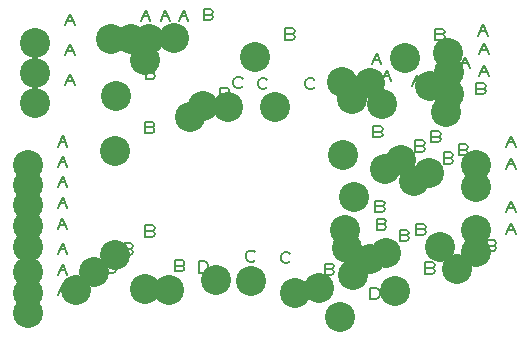
<source format=gbr>
%FSLAX35Y35*%
%MOIN*%
G04 EasyPC Gerber Version 18.0.8 Build 3632 *
%ADD11C,0.00500*%
%ADD99C,0.10000*%
X0Y0D02*
D02*
D11*
X14868Y32146D02*
X16430Y35896D01*
X17993Y32146*
X15493Y33709D02*
X17368D01*
X14993Y10181D02*
X16555Y13931D01*
X18118Y10181*
X15618Y11744D02*
X17493D01*
X14993Y17045D02*
X16555Y20795D01*
X18118Y17045*
X15618Y18608D02*
X17493D01*
X14993Y23909D02*
X16555Y27659D01*
X18118Y23909*
X15618Y25472D02*
X17493D01*
X14993Y39260D02*
X16555Y43010D01*
X18118Y39260*
X15618Y40823D02*
X17493D01*
X14993Y46374D02*
X16555Y50124D01*
X18118Y46374*
X15618Y47937D02*
X17493D01*
X14993Y52989D02*
X16555Y56739D01*
X18118Y52989*
X15618Y54551D02*
X17493D01*
X14993Y59728D02*
X16555Y63478D01*
X18118Y59728*
X15618Y61291D02*
X17493D01*
X17489Y80180D02*
X19051Y83930D01*
X20614Y80180*
X18114Y81743D02*
X19989D01*
X17489Y90180D02*
X19051Y93930D01*
X20614Y90180*
X18114Y91743D02*
X19989D01*
X17489Y100180D02*
X19051Y103930D01*
X20614Y100180*
X18114Y101743D02*
X19989D01*
X33280Y19669D02*
X33905Y19357D01*
X34217Y18732*
X33905Y18107*
X33280Y17794*
X31092*
Y21544*
X33280*
X33905Y21232*
X34217Y20607*
X33905Y19982*
X33280Y19669*
X31092*
X39145Y25660D02*
X39770Y25347D01*
X40083Y24722*
X39770Y24097*
X39145Y23785*
X36958*
Y27535*
X39145*
X39770Y27222*
X40083Y26597*
X39770Y25972*
X39145Y25660*
X36958*
X42699Y101662D02*
X44261Y105412D01*
X45824Y101662*
X43324Y103224D02*
X45199D01*
X46230Y66221D02*
X46855Y65908D01*
X47168Y65283*
X46855Y64658*
X46230Y64346*
X44043*
Y68096*
X46230*
X46855Y67783*
X47168Y67158*
X46855Y66533*
X46230Y66221*
X44043*
X46283Y31595D02*
X46908Y31282D01*
X47221Y30657*
X46908Y30032*
X46283Y29720*
X44096*
Y33470*
X46283*
X46908Y33157*
X47221Y32532*
X46908Y31907*
X46283Y31595*
X44096*
X46509Y84317D02*
X47134Y84005D01*
X47446Y83380*
X47134Y82755*
X46509Y82442*
X44321*
Y86192*
X46509*
X47134Y85880*
X47446Y85255*
X47134Y84630*
X46509Y84317*
X44321*
X49189Y101662D02*
X50751Y105412D01*
X52314Y101662*
X49814Y103224D02*
X51689D01*
X56230Y20044D02*
X56855Y19731D01*
X57168Y19106*
X56855Y18481*
X56230Y18169*
X54043*
Y21919*
X56230*
X56855Y21606*
X57168Y20981*
X56855Y20356*
X56230Y20044*
X54043*
Y94673D02*
Y98423D01*
X57168*
X56543Y96548D02*
X54043D01*
Y94673D02*
X57168D01*
X55304Y101662D02*
X56867Y105412D01*
X58429Y101662*
X55929Y103224D02*
X57804D01*
X61907Y17794D02*
Y21544D01*
X63782*
X64407Y21232*
X64720Y20919*
X65032Y20294*
Y19044*
X64720Y18419*
X64407Y18107*
X63782Y17794*
X61907*
X65728Y103787D02*
X66354Y103474D01*
X66666Y102849*
X66354Y102224*
X65728Y101911*
X63541*
Y105661*
X65728*
X66354Y105349*
X66666Y104724*
X66354Y104099*
X65728Y103787*
X63541*
X71220Y77453D02*
X71845Y77141D01*
X72157Y76516*
X71845Y75891*
X71220Y75578*
X69032*
Y79328*
X71220*
X71845Y79016*
X72157Y78391*
X71845Y77766*
X71220Y77453*
X69032*
X76550Y79892D02*
X76237Y79579D01*
X75612Y79267*
X74674*
X74050Y79579*
X73737Y79892*
X73424Y80517*
Y81767*
X73737Y82392*
X74050Y82704*
X74674Y83017*
X75612*
X76237Y82704*
X76550Y82392*
X80793Y21983D02*
X80480Y21670D01*
X79855Y21358*
X78918*
X78293Y21670*
X77980Y21983*
X77668Y22608*
Y23858*
X77980Y24483*
X78293Y24796*
X78918Y25108*
X79855*
X80480Y24796*
X80793Y24483*
X84763Y79573D02*
X84450Y79260D01*
X83825Y78948*
X82887*
X82263Y79260*
X81950Y79573*
X81637Y80198*
Y81448*
X81950Y82073*
X82263Y82385*
X82887Y82698*
X83825*
X84450Y82385*
X84763Y82073*
X92400Y21484D02*
X92087Y21171D01*
X91462Y20859*
X90524*
X89900Y21171*
X89587Y21484*
X89274Y22109*
Y23359*
X89587Y23984*
X89900Y24296*
X90524Y24609*
X91462*
X92087Y24296*
X92400Y23984*
X92935Y97297D02*
X93561Y96984D01*
X93873Y96359*
X93561Y95734*
X92935Y95422*
X90748*
Y99172*
X92935*
X93561Y98859*
X93873Y98234*
X93561Y97609*
X92935Y97297*
X90748*
X100488Y79573D02*
X100175Y79260D01*
X99550Y78948*
X98613*
X97988Y79260*
X97675Y79573*
X97363Y80198*
Y81448*
X97675Y82073*
X97988Y82385*
X98613Y82698*
X99550*
X100175Y82385*
X100488Y82073*
X106165Y18920D02*
X106790Y18608D01*
X107102Y17983*
X106790Y17358*
X106165Y17045*
X103977*
Y20795*
X106165*
X106790Y20483*
X107102Y19858*
X106790Y19233*
X106165Y18920*
X103977*
X114027Y20293D02*
X114652Y19981D01*
X114965Y19356*
X114652Y18731*
X114027Y18418*
X111840*
Y22168*
X114027*
X114652Y21856*
X114965Y21231*
X114652Y20606*
X114027Y20293*
X111840*
X119078Y8933D02*
Y12683D01*
X120954*
X121578Y12371*
X121891Y12058*
X122204Y11433*
Y10183*
X121891Y9558*
X121578Y9246*
X120954Y8933*
X119078*
X119702Y87185D02*
X121265Y90935D01*
X122828Y87185*
X120328Y88747D02*
X122202D01*
X122264Y64723D02*
X122889Y64411D01*
X123202Y63786*
X122889Y63161*
X122264Y62848*
X120077*
Y66598*
X122264*
X122889Y66286*
X123202Y65661*
X122889Y65036*
X122264Y64723*
X120077*
X123013Y39887D02*
X123638Y39575D01*
X123951Y38950*
X123638Y38325*
X123013Y38012*
X120826*
Y41762*
X123013*
X123638Y41450*
X123951Y40825*
X123638Y40200*
X123013Y39887*
X120826*
X123512Y33897D02*
X124137Y33584D01*
X124450Y32959*
X124137Y32334*
X123512Y32022*
X121325*
Y35772*
X123512*
X124137Y35459*
X124450Y34834*
X124137Y34209*
X123512Y33897*
X121325*
X122947Y81693D02*
X124510Y85443D01*
X126072Y81693*
X123572Y83256D02*
X125447D01*
X123322Y23036D02*
X124884Y26786D01*
X126447Y23036*
X123947Y24598D02*
X125822D01*
X125759Y50926D02*
X126384Y50613D01*
X126696Y49989*
X126384Y49363*
X125759Y49051*
X123571*
Y52801*
X125759*
X126384Y52489*
X126696Y51863*
X126384Y51239*
X125759Y50926*
X123571*
X131125Y30153D02*
X131750Y29840D01*
X132063Y29215*
X131750Y28590*
X131125Y28278*
X128938*
Y32028*
X131125*
X131750Y31715*
X132063Y31090*
X131750Y30465*
X131125Y30153*
X128938*
Y86935D02*
X130500Y90685D01*
X132063Y86935*
X129563Y88498D02*
X131438D01*
X133056Y79946D02*
X134619Y83696D01*
X136181Y79946*
X133681Y81509D02*
X135556D01*
X136242Y59981D02*
X136867Y59668D01*
X137180Y59043*
X136867Y58418*
X136242Y58106*
X134055*
Y61856*
X136242*
X136867Y61543*
X137180Y60918*
X136867Y60293*
X136242Y59981*
X134055*
X136617Y32150D02*
X137242Y31837D01*
X137554Y31212*
X137242Y30587*
X136617Y30274*
X134429*
Y34024*
X136617*
X137242Y33712*
X137554Y33087*
X137242Y32462*
X136617Y32150*
X134429*
X139612Y19295D02*
X140237Y18982D01*
X140550Y18357*
X140237Y17732*
X139612Y17420*
X137424*
Y21170*
X139612*
X140237Y20857*
X140550Y20232*
X140237Y19607*
X139612Y19295*
X137424*
X141609Y63101D02*
X142234Y62788D01*
X142546Y62163*
X142234Y61538*
X141609Y61226*
X139421*
Y64976*
X141609*
X142234Y64663*
X142546Y64038*
X142234Y63413*
X141609Y63101*
X139421*
X142981Y97172D02*
X143607Y96859D01*
X143919Y96235*
X143607Y95609*
X142981Y95297*
X140794*
Y99047*
X142981*
X143607Y98735*
X143919Y98109*
X143607Y97485*
X142981Y97172*
X140794*
X145727Y55987D02*
X146352Y55674D01*
X146665Y55050*
X146352Y54424*
X145727Y54112*
X143540*
Y57862*
X145727*
X146352Y57550*
X146665Y56924*
X146352Y56300*
X145727Y55987*
X143540*
X150719Y58733D02*
X151344Y58420D01*
X151657Y57795*
X151344Y57170*
X150719Y56857*
X148532*
Y60607*
X150719*
X151344Y60295*
X151657Y59670*
X151344Y59045*
X150719Y58733*
X148532*
X149156Y85937D02*
X150719Y89687D01*
X152281Y85937*
X149781Y87499D02*
X151656D01*
X154588Y34195D02*
X155213Y33883D01*
X155526Y33258*
X155213Y32633*
X154588Y32320*
X152401*
Y36070*
X154588*
X155213Y35758*
X155526Y35133*
X155213Y34508*
X154588Y34195*
X152401*
X156585Y79076D02*
X157210Y78763D01*
X157523Y78138*
X157210Y77513*
X156585Y77200*
X154398*
Y80950*
X156585*
X157210Y80638*
X157523Y80013*
X157210Y79388*
X156585Y79076*
X154398*
X155146Y96794D02*
X156709Y100544D01*
X158272Y96794*
X155772Y98357D02*
X157646D01*
X155396Y83191D02*
X156959Y86941D01*
X158521Y83191*
X156021Y84754D02*
X157896D01*
X155396Y90554D02*
X156959Y94304D01*
X158521Y90554*
X156021Y92117D02*
X157896D01*
X160204Y26783D02*
X160830Y26470D01*
X161142Y25846*
X160830Y25220*
X160204Y24908*
X158017*
Y28658*
X160204*
X160830Y28346*
X161142Y27720*
X160830Y27096*
X160204Y26783*
X158017*
X164382Y30524D02*
X165944Y34274D01*
X167507Y30524*
X165007Y32087D02*
X166882D01*
X164382Y37887D02*
X165944Y41637D01*
X167507Y37887*
X165007Y39450D02*
X166882D01*
X164382Y52365D02*
X165944Y56115D01*
X167507Y52365*
X165007Y53927D02*
X166882D01*
X164382Y59603D02*
X165944Y63353D01*
X167507Y59603*
X165007Y61166D02*
X166882D01*
D02*
D99*
X4868Y26209D03*
X4993Y4244D03*
Y11108D03*
Y17972D03*
Y33323D03*
Y40437D03*
Y47051D03*
Y53791D03*
X7489Y74243D03*
Y84243D03*
Y94243D03*
X21092Y11857D03*
X26958Y17847D03*
X32699Y95724D03*
X34043Y58408D03*
X34096Y23782D03*
X34321Y76505D03*
X39189Y95724D03*
X44043Y12231D03*
Y88735D03*
X45304Y95724D03*
X51907Y11857D03*
X53541Y95974D03*
X59032Y69641D03*
X63424Y73329D03*
X67668Y15420D03*
X71637Y73010D03*
X79274Y14921D03*
X80748Y89484D03*
X87363Y73010D03*
X93977Y11108D03*
X101840Y12481D03*
X109078Y2996D03*
X109702Y81247D03*
X110077Y56911D03*
X110826Y32075D03*
X111325Y26084D03*
X112947Y75756D03*
X113322Y17098D03*
X113571Y43113D03*
X118938Y22340D03*
Y80998D03*
X123056Y74009D03*
X124055Y52168D03*
X124429Y24337D03*
X127424Y11482D03*
X129421Y55288D03*
X130794Y89359D03*
X133540Y48174D03*
X138532Y50920D03*
X139156Y79999D03*
X142401Y26383D03*
X144398Y71263D03*
X145146Y90857D03*
X145396Y77254D03*
Y84617D03*
X148017Y18970D03*
X154382Y24587D03*
Y31950D03*
Y46427D03*
Y53666D03*
X0Y0D02*
M02*

</source>
